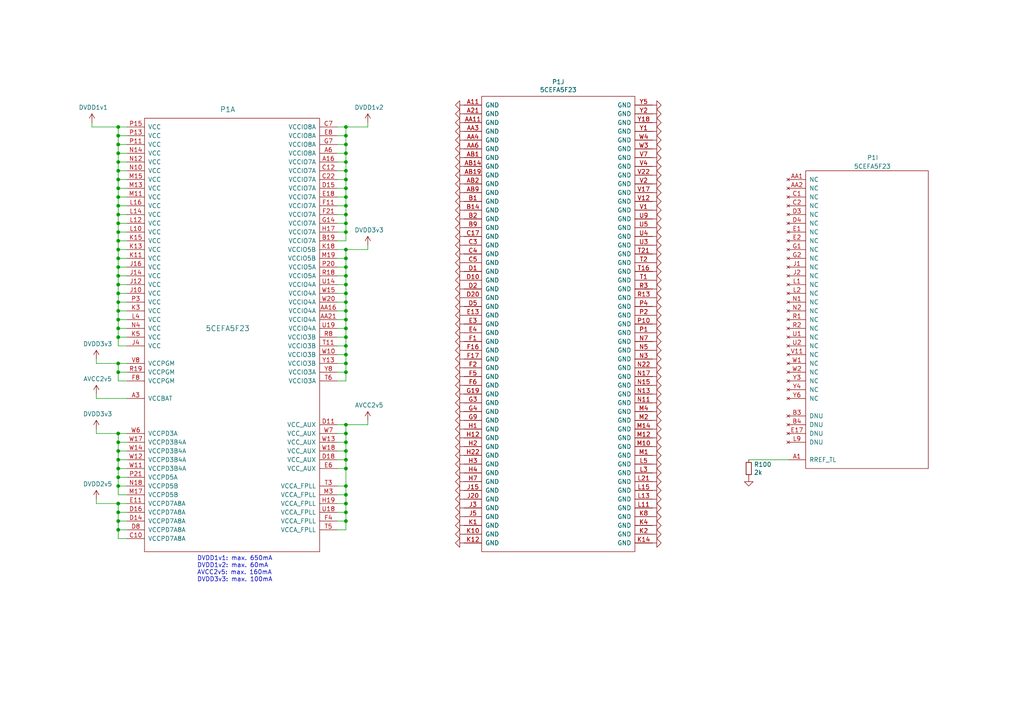
<source format=kicad_sch>
(kicad_sch (version 20250114) (generator "eeschema") (generator_version "9.0")
  (paper "A4")
  (title_block (title "OSSC Pro") (date "2024-05-26") (rev "1.6"))
  (text "DVDD1v1: max. 650mA\nDVDD1v2: max. 60mA\nAVCC2v5: max. 160mA\nDVDD3v3: max. 100mA" (at 57.15 168.91 0) (effects (font (size 1.27 1.27)) (justify left bottom)))
  (junction (at 100.33 54.61))
  (junction (at 34.29 90.17))
  (junction (at 34.29 128.27))
  (junction (at 34.29 36.83))
  (junction (at 100.33 80.01))
  (junction (at 34.29 148.59))
  (junction (at 100.33 44.45))
  (junction (at 34.29 135.89))
  (junction (at 100.33 130.81))
  (junction (at 34.29 92.71))
  (junction (at 34.29 67.31))
  (junction (at 100.33 143.51))
  (junction (at 34.29 95.25))
  (junction (at 100.33 102.87))
  (junction (at 34.29 77.47))
  (junction (at 100.33 128.27))
  (junction (at 100.33 41.91))
  (junction (at 100.33 140.97))
  (junction (at 34.29 41.91))
  (junction (at 100.33 57.15))
  (junction (at 34.29 62.23))
  (junction (at 100.33 107.95))
  (junction (at 34.29 72.39))
  (junction (at 100.33 62.23))
  (junction (at 100.33 95.25))
  (junction (at 100.33 52.07))
  (junction (at 34.29 133.35))
  (junction (at 34.29 125.73))
  (junction (at 34.29 151.13))
  (junction (at 100.33 100.33))
  (junction (at 34.29 153.67))
  (junction (at 100.33 72.39))
  (junction (at 100.33 97.79))
  (junction (at 100.33 125.73))
  (junction (at 100.33 87.63))
  (junction (at 100.33 105.41))
  (junction (at 34.29 59.69))
  (junction (at 100.33 67.31))
  (junction (at 34.29 54.61))
  (junction (at 34.29 138.43))
  (junction (at 100.33 77.47))
  (junction (at 100.33 146.05))
  (junction (at 100.33 39.37))
  (junction (at 34.29 80.01))
  (junction (at 34.29 140.97))
  (junction (at 100.33 92.71))
  (junction (at 34.29 82.55))
  (junction (at 34.29 52.07))
  (junction (at 100.33 36.83))
  (junction (at 100.33 133.35))
  (junction (at 34.29 64.77))
  (junction (at 34.29 49.53))
  (junction (at 100.33 49.53))
  (junction (at 34.29 130.81))
  (junction (at 100.33 123.19))
  (junction (at 100.33 74.93))
  (junction (at 34.29 69.85))
  (junction (at 34.29 85.09))
  (junction (at 100.33 46.99))
  (junction (at 100.33 85.09))
  (junction (at 34.29 39.37))
  (junction (at 100.33 64.77))
  (junction (at 100.33 59.69))
  (junction (at 34.29 87.63))
  (junction (at 100.33 82.55))
  (junction (at 34.29 146.05))
  (junction (at 100.33 148.59))
  (junction (at 100.33 151.13))
  (junction (at 34.29 44.45))
  (junction (at 34.29 107.95))
  (junction (at 34.29 105.41))
  (junction (at 34.29 97.79))
  (junction (at 34.29 46.99))
  (junction (at 100.33 135.89))
  (junction (at 34.29 57.15))
  (junction (at 100.33 90.17))
  (junction (at 34.29 74.93))
  (wire (pts (xy 100.33 107.95) (xy 100.33 105.41)))
  (wire (pts (xy 100.33 41.91) (xy 100.33 39.37)))
  (wire (pts (xy 97.79 87.63) (xy 100.33 87.63)))
  (wire (pts (xy 97.79 153.67) (xy 100.33 153.67)))
  (wire (pts (xy 36.83 62.23) (xy 34.29 62.23)))
  (wire (pts (xy 34.29 125.73) (xy 36.83 125.73)))
  (wire (pts (xy 100.33 151.13) (xy 100.33 148.59)))
  (wire (pts (xy 36.83 87.63) (xy 34.29 87.63)))
  (wire (pts (xy 34.29 36.83) (xy 36.83 36.83)))
  (wire (pts (xy 34.29 130.81) (xy 34.29 128.27)))
  (wire (pts (xy 100.33 123.19) (xy 97.79 123.19)))
  (wire (pts (xy 27.94 144.78) (xy 27.94 146.05)))
  (wire (pts (xy 34.29 148.59) (xy 36.83 148.59)))
  (wire (pts (xy 36.83 135.89) (xy 34.29 135.89)))
  (wire (pts (xy 34.29 156.21) (xy 34.29 153.67)))
  (wire (pts (xy 36.83 72.39) (xy 34.29 72.39)))
  (wire (pts (xy 36.83 143.51) (xy 34.29 143.51)))
  (wire (pts (xy 36.83 105.41) (xy 34.29 105.41)))
  (wire (pts (xy 100.33 148.59) (xy 100.33 146.05)))
  (wire (pts (xy 100.33 87.63) (xy 100.33 85.09)))
  (wire (pts (xy 100.33 97.79) (xy 100.33 95.25)))
  (wire (pts (xy 100.33 59.69) (xy 100.33 57.15)))
  (wire (pts (xy 97.79 77.47) (xy 100.33 77.47)))
  (wire (pts (xy 34.29 54.61) (xy 34.29 52.07)))
  (wire (pts (xy 97.79 52.07) (xy 100.33 52.07)))
  (wire (pts (xy 36.83 44.45) (xy 34.29 44.45)))
  (wire (pts (xy 100.33 92.71) (xy 100.33 90.17)))
  (wire (pts (xy 97.79 49.53) (xy 100.33 49.53)))
  (wire (pts (xy 36.83 64.77) (xy 34.29 64.77)))
  (wire (pts (xy 34.29 77.47) (xy 34.29 74.93)))
  (wire (pts (xy 36.83 92.71) (xy 34.29 92.71)))
  (wire (pts (xy 34.29 151.13) (xy 34.29 148.59)))
  (wire (pts (xy 97.79 100.33) (xy 100.33 100.33)))
  (wire (pts (xy 34.29 49.53) (xy 34.29 46.99)))
  (wire (pts (xy 34.29 69.85) (xy 34.29 67.31)))
  (wire (pts (xy 36.83 100.33) (xy 34.29 100.33)))
  (wire (pts (xy 34.29 90.17) (xy 34.29 87.63)))
  (wire (pts (xy 34.29 143.51) (xy 34.29 140.97)))
  (wire (pts (xy 100.33 62.23) (xy 100.33 59.69)))
  (wire (pts (xy 27.94 125.73) (xy 34.29 125.73)))
  (wire (pts (xy 100.33 105.41) (xy 100.33 102.87)))
  (wire (pts (xy 36.83 97.79) (xy 34.29 97.79)))
  (wire (pts (xy 100.33 130.81) (xy 100.33 128.27)))
  (wire (pts (xy 97.79 41.91) (xy 100.33 41.91)))
  (wire (pts (xy 100.33 52.07) (xy 100.33 49.53)))
  (wire (pts (xy 36.83 54.61) (xy 34.29 54.61)))
  (wire (pts (xy 97.79 85.09) (xy 100.33 85.09)))
  (wire (pts (xy 97.79 135.89) (xy 100.33 135.89)))
  (wire (pts (xy 36.83 140.97) (xy 34.29 140.97)))
  (wire (pts (xy 97.79 46.99) (xy 100.33 46.99)))
  (wire (pts (xy 100.33 125.73) (xy 100.33 123.19)))
  (wire (pts (xy 97.79 62.23) (xy 100.33 62.23)))
  (wire (pts (xy 97.79 130.81) (xy 100.33 130.81)))
  (wire (pts (xy 97.79 133.35) (xy 100.33 133.35)))
  (wire (pts (xy 97.79 125.73) (xy 100.33 125.73)))
  (wire (pts (xy 34.29 133.35) (xy 34.29 130.81)))
  (wire (pts (xy 106.68 72.39) (xy 100.33 72.39)))
  (wire (pts (xy 36.83 52.07) (xy 34.29 52.07)))
  (wire (pts (xy 34.29 138.43) (xy 34.29 135.89)))
  (wire (pts (xy 100.33 135.89) (xy 100.33 133.35)))
  (wire (pts (xy 97.79 146.05) (xy 100.33 146.05)))
  (wire (pts (xy 100.33 49.53) (xy 100.33 46.99)))
  (wire (pts (xy 36.83 49.53) (xy 34.29 49.53)))
  (wire (pts (xy 34.29 39.37) (xy 34.29 41.91)))
  (wire (pts (xy 34.29 59.69) (xy 34.29 57.15)))
  (wire (pts (xy 97.79 64.77) (xy 100.33 64.77)))
  (wire (pts (xy 36.83 156.21) (xy 34.29 156.21)))
  (wire (pts (xy 97.79 97.79) (xy 100.33 97.79)))
  (wire (pts (xy 100.33 90.17) (xy 100.33 87.63)))
  (wire (pts (xy 100.33 57.15) (xy 100.33 54.61)))
  (wire (pts (xy 34.29 44.45) (xy 34.29 41.91)))
  (wire (pts (xy 34.29 46.99) (xy 34.29 44.45)))
  (wire (pts (xy 100.33 82.55) (xy 100.33 80.01)))
  (wire (pts (xy 106.68 71.12) (xy 106.68 72.39)))
  (wire (pts (xy 100.33 44.45) (xy 100.33 41.91)))
  (wire (pts (xy 97.79 67.31) (xy 100.33 67.31)))
  (wire (pts (xy 34.29 95.25) (xy 34.29 92.71)))
  (wire (pts (xy 34.29 105.41) (xy 34.29 107.95)))
  (wire (pts (xy 36.83 69.85) (xy 34.29 69.85)))
  (wire (pts (xy 27.94 115.57) (xy 36.83 115.57)))
  (wire (pts (xy 34.29 97.79) (xy 34.29 95.25)))
  (wire (pts (xy 100.33 102.87) (xy 100.33 100.33)))
  (wire (pts (xy 97.79 110.49) (xy 100.33 110.49)))
  (wire (pts (xy 100.33 74.93) (xy 100.33 72.39)))
  (wire (pts (xy 34.29 52.07) (xy 34.29 49.53)))
  (wire (pts (xy 100.33 64.77) (xy 100.33 62.23)))
  (wire (pts (xy 36.83 85.09) (xy 34.29 85.09)))
  (wire (pts (xy 100.33 143.51) (xy 100.33 140.97)))
  (wire (pts (xy 36.83 130.81) (xy 34.29 130.81)))
  (wire (pts (xy 34.29 67.31) (xy 34.29 64.77)))
  (wire (pts (xy 34.29 80.01) (xy 34.29 77.47)))
  (wire (pts (xy 97.79 140.97) (xy 100.33 140.97)))
  (wire (pts (xy 100.33 77.47) (xy 100.33 74.93)))
  (wire (pts (xy 100.33 80.01) (xy 100.33 77.47)))
  (wire (pts (xy 36.83 77.47) (xy 34.29 77.47)))
  (wire (pts (xy 34.29 39.37) (xy 36.83 39.37)))
  (wire (pts (xy 34.29 100.33) (xy 34.29 97.79)))
  (wire (pts (xy 36.83 128.27) (xy 34.29 128.27)))
  (wire (pts (xy 36.83 59.69) (xy 34.29 59.69)))
  (wire (pts (xy 97.79 74.93) (xy 100.33 74.93)))
  (wire (pts (xy 34.29 92.71) (xy 34.29 90.17)))
  (wire (pts (xy 100.33 67.31) (xy 100.33 64.77)))
  (wire (pts (xy 36.83 133.35) (xy 34.29 133.35)))
  (wire (pts (xy 34.29 85.09) (xy 34.29 82.55)))
  (wire (pts (xy 27.94 146.05) (xy 34.29 146.05)))
  (wire (pts (xy 36.83 95.25) (xy 34.29 95.25)))
  (wire (pts (xy 100.33 110.49) (xy 100.33 107.95)))
  (wire (pts (xy 97.79 128.27) (xy 100.33 128.27)))
  (wire (pts (xy 27.94 124.46) (xy 27.94 125.73)))
  (wire (pts (xy 100.33 69.85) (xy 100.33 67.31)))
  (wire (pts (xy 100.33 133.35) (xy 100.33 130.81)))
  (wire (pts (xy 106.68 35.56) (xy 106.68 36.83)))
  (wire (pts (xy 100.33 100.33) (xy 100.33 97.79)))
  (wire (pts (xy 97.79 92.71) (xy 100.33 92.71)))
  (wire (pts (xy 36.83 46.99) (xy 34.29 46.99)))
  (wire (pts (xy 34.29 87.63) (xy 34.29 85.09)))
  (wire (pts (xy 228.6 133.35) (xy 217.17 133.35)))
  (wire (pts (xy 36.83 80.01) (xy 34.29 80.01)))
  (wire (pts (xy 100.33 39.37) (xy 100.33 36.83)))
  (wire (pts (xy 34.29 105.41) (xy 27.94 105.41)))
  (wire (pts (xy 34.29 107.95) (xy 36.83 107.95)))
  (wire (pts (xy 100.33 85.09) (xy 100.33 82.55)))
  (wire (pts (xy 97.79 151.13) (xy 100.33 151.13)))
  (wire (pts (xy 97.79 105.41) (xy 100.33 105.41)))
  (wire (pts (xy 34.29 64.77) (xy 34.29 62.23)))
  (wire (pts (xy 34.29 41.91) (xy 36.83 41.91)))
  (wire (pts (xy 36.83 138.43) (xy 34.29 138.43)))
  (wire (pts (xy 97.79 69.85) (xy 100.33 69.85)))
  (wire (pts (xy 100.33 46.99) (xy 100.33 44.45)))
  (wire (pts (xy 100.33 146.05) (xy 100.33 143.51)))
  (wire (pts (xy 27.94 114.3) (xy 27.94 115.57)))
  (wire (pts (xy 97.79 44.45) (xy 100.33 44.45)))
  (wire (pts (xy 36.83 153.67) (xy 34.29 153.67)))
  (wire (pts (xy 34.29 72.39) (xy 34.29 69.85)))
  (wire (pts (xy 34.29 128.27) (xy 34.29 125.73)))
  (wire (pts (xy 34.29 62.23) (xy 34.29 59.69)))
  (wire (pts (xy 36.83 90.17) (xy 34.29 90.17)))
  (wire (pts (xy 34.29 146.05) (xy 36.83 146.05)))
  (wire (pts (xy 34.29 57.15) (xy 34.29 54.61)))
  (wire (pts (xy 97.79 102.87) (xy 100.33 102.87)))
  (wire (pts (xy 97.79 57.15) (xy 100.33 57.15)))
  (wire (pts (xy 34.29 140.97) (xy 34.29 138.43)))
  (wire (pts (xy 97.79 59.69) (xy 100.33 59.69)))
  (wire (pts (xy 97.79 107.95) (xy 100.33 107.95)))
  (wire (pts (xy 36.83 82.55) (xy 34.29 82.55)))
  (wire (pts (xy 100.33 72.39) (xy 97.79 72.39)))
  (wire (pts (xy 100.33 140.97) (xy 100.33 135.89)))
  (wire (pts (xy 106.68 121.92) (xy 106.68 123.19)))
  (wire (pts (xy 34.29 135.89) (xy 34.29 133.35)))
  (wire (pts (xy 97.79 82.55) (xy 100.33 82.55)))
  (wire (pts (xy 97.79 148.59) (xy 100.33 148.59)))
  (wire (pts (xy 97.79 39.37) (xy 100.33 39.37)))
  (wire (pts (xy 26.67 35.56) (xy 26.67 36.83)))
  (wire (pts (xy 36.83 74.93) (xy 34.29 74.93)))
  (wire (pts (xy 27.94 105.41) (xy 27.94 104.14)))
  (wire (pts (xy 97.79 90.17) (xy 100.33 90.17)))
  (wire (pts (xy 34.29 82.55) (xy 34.29 80.01)))
  (wire (pts (xy 97.79 54.61) (xy 100.33 54.61)))
  (wire (pts (xy 97.79 80.01) (xy 100.33 80.01)))
  (wire (pts (xy 97.79 95.25) (xy 100.33 95.25)))
  (wire (pts (xy 34.29 36.83) (xy 34.29 39.37)))
  (wire (pts (xy 100.33 54.61) (xy 100.33 52.07)))
  (wire (pts (xy 34.29 110.49) (xy 36.83 110.49)))
  (wire (pts (xy 100.33 128.27) (xy 100.33 125.73)))
  (wire (pts (xy 97.79 143.51) (xy 100.33 143.51)))
  (wire (pts (xy 36.83 151.13) (xy 34.29 151.13)))
  (wire (pts (xy 106.68 36.83) (xy 100.33 36.83)))
  (wire (pts (xy 36.83 67.31) (xy 34.29 67.31)))
  (wire (pts (xy 34.29 74.93) (xy 34.29 72.39)))
  (wire (pts (xy 34.29 107.95) (xy 34.29 110.49)))
  (wire (pts (xy 100.33 153.67) (xy 100.33 151.13)))
  (wire (pts (xy 100.33 95.25) (xy 100.33 92.71)))
  (wire (pts (xy 26.67 36.83) (xy 34.29 36.83)))
  (wire (pts (xy 100.33 36.83) (xy 97.79 36.83)))
  (wire (pts (xy 106.68 123.19) (xy 100.33 123.19)))
  (wire (pts (xy 34.29 153.67) (xy 34.29 151.13)))
  (wire (pts (xy 34.29 146.05) (xy 34.29 148.59)))
  (wire (pts (xy 36.83 57.15) (xy 34.29 57.15)))
  (symbol (lib_id "custom_components:DVDD1v1") (at 26.67 35.56 0) (unit 1)
    (property "Reference" "#PWR0274" (effects (hide yes)))
    (property "Value" "DVDD1v1" (at 27.051 31.1658 0))
  )
  (symbol (lib_id "custom_components:DVDD3v3") (at 27.94 104.14 0) (unit 1)
    (property "Reference" "#PWR0275" (effects (hide yes)))
    (property "Value" "DVDD3v3" (at 28.321 99.7458 0))
  )
  (symbol (lib_id "custom_components:AVCC2v5") (at 27.94 114.3 0) (unit 1)
    (property "Reference" "#PWR0276" (effects (hide yes)))
    (property "Value" "AVCC2v5" (at 28.321 109.9058 0))
  )
  (symbol (lib_id "custom_components:DVDD3v3") (at 27.94 124.46 0) (unit 1)
    (property "Reference" "#PWR0277" (effects (hide yes)))
    (property "Value" "DVDD3v3" (at 28.321 120.0658 0))
  )
  (symbol (lib_id "custom_components:DVDD2v5") (at 27.94 144.78 0) (unit 1)
    (property "Reference" "#PWR0278" (effects (hide yes)))
    (property "Value" "DVDD2v5" (at 28.321 140.3858 0))
  )
  (symbol (lib_id "custom_components:DVDD1v2") (at 106.68 35.56 0) (unit 1)
    (property "Reference" "#PWR0279" (effects (hide yes)))
    (property "Value" "DVDD1v2" (at 107.061 31.1658 0))
  )
  (symbol (lib_id "custom_components:DVDD3v3") (at 106.68 71.12 0) (unit 1)
    (property "Reference" "#PWR0280" (effects (hide yes)))
    (property "Value" "DVDD3v3" (at 107.061 66.7258 0))
  )
  (symbol (lib_id "custom_components:5CEFA5F23") (at 67.31 99.06 0) (unit 1)
    (property "Reference" "P1" (at 66.04 31.75 0) (effects (font (size 1.524 1.524))))
    (property "Value" "5CEFA5F23" (at 66.04 95.25 0) (effects (font (size 1.524 1.524))))
    (property "Footprint" "custom_components:5CEFA5F23" (effects (hide yes)))
  )
  (symbol (lib_id "custom_components:AVCC2v5") (at 106.68 121.92 0) (unit 1)
    (property "Reference" "#PWR0281" (effects (hide yes)))
    (property "Value" "AVCC2v5" (at 107.061 117.5258 0))
  )
  (symbol (lib_id "custom_components:5CEFA5F23") (at 251.46 92.71 0) (unit 9)
    (property "Reference" "P1" (at 251.46 45.72 0) (effects (justify left)))
    (property "Value" "5CEFA5F23" (at 247.65 48.26 0) (effects (justify left)))
    (property "Footprint" "custom_components:5CEFA5F23" (effects (hide yes)))
  )
  (symbol (lib_id "custom_components:5CEFA5F23") (at 161.29 92.71 0) (unit 10)
    (property "Reference" "P1" (at 161.925 23.749 0))
    (property "Value" "5CEFA5F23" (at 161.925 26.0604 0))
    (property "Footprint" "custom_components:5CEFA5F23" (effects (hide yes)))
  )
  (symbol (lib_id "power:GND") (at 134.62 55.88 270) (unit 1)
    (property "Reference" "#PWR0282" (effects (hide yes)))
    (property "Value" "GND" (effects (hide yes)))
  )
  (symbol (lib_id "power:GND") (at 134.62 58.42 270) (unit 1)
    (property "Reference" "#PWR0283" (effects (hide yes)))
    (property "Value" "GND" (effects (hide yes)))
  )
  (symbol (lib_id "power:GND") (at 134.62 60.96 270) (unit 1)
    (property "Reference" "#PWR0284" (effects (hide yes)))
    (property "Value" "GND" (effects (hide yes)))
  )
  (symbol (lib_id "power:GND") (at 134.62 63.5 270) (unit 1)
    (property "Reference" "#PWR0285" (effects (hide yes)))
    (property "Value" "GND" (effects (hide yes)))
  )
  (symbol (lib_id "power:GND") (at 134.62 66.04 270) (unit 1)
    (property "Reference" "#PWR0286" (effects (hide yes)))
    (property "Value" "GND" (effects (hide yes)))
  )
  (symbol (lib_id "power:GND") (at 134.62 68.58 270) (unit 1)
    (property "Reference" "#PWR0287" (effects (hide yes)))
    (property "Value" "GND" (effects (hide yes)))
  )
  (symbol (lib_id "power:GND") (at 134.62 71.12 270) (unit 1)
    (property "Reference" "#PWR0288" (effects (hide yes)))
    (property "Value" "GND" (effects (hide yes)))
  )
  (symbol (lib_id "power:GND") (at 134.62 73.66 270) (unit 1)
    (property "Reference" "#PWR0289" (effects (hide yes)))
    (property "Value" "GND" (effects (hide yes)))
  )
  (symbol (lib_id "power:GND") (at 134.62 76.2 270) (unit 1)
    (property "Reference" "#PWR0290" (effects (hide yes)))
    (property "Value" "GND" (effects (hide yes)))
  )
  (symbol (lib_id "power:GND") (at 134.62 78.74 270) (unit 1)
    (property "Reference" "#PWR0291" (effects (hide yes)))
    (property "Value" "GND" (effects (hide yes)))
  )
  (symbol (lib_id "power:GND") (at 134.62 30.48 270) (unit 1)
    (property "Reference" "#PWR0292" (effects (hide yes)))
    (property "Value" "GND" (effects (hide yes)))
  )
  (symbol (lib_id "power:GND") (at 134.62 33.02 270) (unit 1)
    (property "Reference" "#PWR0293" (effects (hide yes)))
    (property "Value" "GND" (effects (hide yes)))
  )
  (symbol (lib_id "power:GND") (at 134.62 35.56 270) (unit 1)
    (property "Reference" "#PWR0294" (effects (hide yes)))
    (property "Value" "GND" (effects (hide yes)))
  )
  (symbol (lib_id "power:GND") (at 134.62 38.1 270) (unit 1)
    (property "Reference" "#PWR0295" (effects (hide yes)))
    (property "Value" "GND" (effects (hide yes)))
  )
  (symbol (lib_id "power:GND") (at 134.62 40.64 270) (unit 1)
    (property "Reference" "#PWR0296" (effects (hide yes)))
    (property "Value" "GND" (effects (hide yes)))
  )
  (symbol (lib_id "power:GND") (at 134.62 43.18 270) (unit 1)
    (property "Reference" "#PWR0297" (effects (hide yes)))
    (property "Value" "GND" (effects (hide yes)))
  )
  (symbol (lib_id "power:GND") (at 134.62 45.72 270) (unit 1)
    (property "Reference" "#PWR0298" (effects (hide yes)))
    (property "Value" "GND" (effects (hide yes)))
  )
  (symbol (lib_id "power:GND") (at 134.62 48.26 270) (unit 1)
    (property "Reference" "#PWR0299" (effects (hide yes)))
    (property "Value" "GND" (effects (hide yes)))
  )
  (symbol (lib_id "power:GND") (at 134.62 50.8 270) (unit 1)
    (property "Reference" "#PWR0300" (effects (hide yes)))
    (property "Value" "GND" (effects (hide yes)))
  )
  (symbol (lib_id "power:GND") (at 134.62 53.34 270) (unit 1)
    (property "Reference" "#PWR0301" (effects (hide yes)))
    (property "Value" "GND" (effects (hide yes)))
  )
  (symbol (lib_id "power:GND") (at 134.62 106.68 270) (unit 1)
    (property "Reference" "#PWR0302" (effects (hide yes)))
    (property "Value" "GND" (effects (hide yes)))
  )
  (symbol (lib_id "power:GND") (at 134.62 109.22 270) (unit 1)
    (property "Reference" "#PWR0303" (effects (hide yes)))
    (property "Value" "GND" (effects (hide yes)))
  )
  (symbol (lib_id "power:GND") (at 134.62 111.76 270) (unit 1)
    (property "Reference" "#PWR0304" (effects (hide yes)))
    (property "Value" "GND" (effects (hide yes)))
  )
  (symbol (lib_id "power:GND") (at 134.62 114.3 270) (unit 1)
    (property "Reference" "#PWR0305" (effects (hide yes)))
    (property "Value" "GND" (effects (hide yes)))
  )
  (symbol (lib_id "power:GND") (at 134.62 116.84 270) (unit 1)
    (property "Reference" "#PWR0306" (effects (hide yes)))
    (property "Value" "GND" (effects (hide yes)))
  )
  (symbol (lib_id "power:GND") (at 134.62 119.38 270) (unit 1)
    (property "Reference" "#PWR0307" (effects (hide yes)))
    (property "Value" "GND" (effects (hide yes)))
  )
  (symbol (lib_id "power:GND") (at 134.62 121.92 270) (unit 1)
    (property "Reference" "#PWR0308" (effects (hide yes)))
    (property "Value" "GND" (effects (hide yes)))
  )
  (symbol (lib_id "power:GND") (at 134.62 124.46 270) (unit 1)
    (property "Reference" "#PWR0309" (effects (hide yes)))
    (property "Value" "GND" (effects (hide yes)))
  )
  (symbol (lib_id "power:GND") (at 134.62 127 270) (unit 1)
    (property "Reference" "#PWR0310" (effects (hide yes)))
    (property "Value" "GND" (effects (hide yes)))
  )
  (symbol (lib_id "power:GND") (at 134.62 129.54 270) (unit 1)
    (property "Reference" "#PWR0311" (effects (hide yes)))
    (property "Value" "GND" (effects (hide yes)))
  )
  (symbol (lib_id "power:GND") (at 134.62 81.28 270) (unit 1)
    (property "Reference" "#PWR0312" (effects (hide yes)))
    (property "Value" "GND" (effects (hide yes)))
  )
  (symbol (lib_id "power:GND") (at 134.62 83.82 270) (unit 1)
    (property "Reference" "#PWR0313" (effects (hide yes)))
    (property "Value" "GND" (effects (hide yes)))
  )
  (symbol (lib_id "power:GND") (at 134.62 86.36 270) (unit 1)
    (property "Reference" "#PWR0314" (effects (hide yes)))
    (property "Value" "GND" (effects (hide yes)))
  )
  (symbol (lib_id "power:GND") (at 134.62 88.9 270) (unit 1)
    (property "Reference" "#PWR0315" (effects (hide yes)))
    (property "Value" "GND" (effects (hide yes)))
  )
  (symbol (lib_id "power:GND") (at 134.62 91.44 270) (unit 1)
    (property "Reference" "#PWR0316" (effects (hide yes)))
    (property "Value" "GND" (effects (hide yes)))
  )
  (symbol (lib_id "power:GND") (at 134.62 93.98 270) (unit 1)
    (property "Reference" "#PWR0317" (effects (hide yes)))
    (property "Value" "GND" (effects (hide yes)))
  )
  (symbol (lib_id "power:GND") (at 134.62 96.52 270) (unit 1)
    (property "Reference" "#PWR0318" (effects (hide yes)))
    (property "Value" "GND" (effects (hide yes)))
  )
  (symbol (lib_id "power:GND") (at 134.62 99.06 270) (unit 1)
    (property "Reference" "#PWR0319" (effects (hide yes)))
    (property "Value" "GND" (effects (hide yes)))
  )
  (symbol (lib_id "power:GND") (at 134.62 101.6 270) (unit 1)
    (property "Reference" "#PWR0320" (effects (hide yes)))
    (property "Value" "GND" (effects (hide yes)))
  )
  (symbol (lib_id "power:GND") (at 134.62 104.14 270) (unit 1)
    (property "Reference" "#PWR0321" (effects (hide yes)))
    (property "Value" "GND" (effects (hide yes)))
  )
  (symbol (lib_id "power:GND") (at 134.62 137.16 270) (unit 1)
    (property "Reference" "#PWR0322" (effects (hide yes)))
    (property "Value" "GND" (effects (hide yes)))
  )
  (symbol (lib_id "power:GND") (at 134.62 139.7 270) (unit 1)
    (property "Reference" "#PWR0323" (effects (hide yes)))
    (property "Value" "GND" (effects (hide yes)))
  )
  (symbol (lib_id "power:GND") (at 134.62 142.24 270) (unit 1)
    (property "Reference" "#PWR0324" (effects (hide yes)))
    (property "Value" "GND" (effects (hide yes)))
  )
  (symbol (lib_id "power:GND") (at 134.62 144.78 270) (unit 1)
    (property "Reference" "#PWR0325" (effects (hide yes)))
    (property "Value" "GND" (effects (hide yes)))
  )
  (symbol (lib_id "power:GND") (at 134.62 147.32 270) (unit 1)
    (property "Reference" "#PWR0326" (effects (hide yes)))
    (property "Value" "GND" (effects (hide yes)))
  )
  (symbol (lib_id "power:GND") (at 134.62 149.86 270) (unit 1)
    (property "Reference" "#PWR0327" (effects (hide yes)))
    (property "Value" "GND" (effects (hide yes)))
  )
  (symbol (lib_id "power:GND") (at 134.62 152.4 270) (unit 1)
    (property "Reference" "#PWR0328" (effects (hide yes)))
    (property "Value" "GND" (effects (hide yes)))
  )
  (symbol (lib_id "power:GND") (at 134.62 154.94 270) (unit 1)
    (property "Reference" "#PWR0329" (effects (hide yes)))
    (property "Value" "GND" (effects (hide yes)))
  )
  (symbol (lib_id "power:GND") (at 134.62 157.48 270) (unit 1)
    (property "Reference" "#PWR0330" (effects (hide yes)))
    (property "Value" "GND" (effects (hide yes)))
  )
  (symbol (lib_id "power:GND") (at 134.62 132.08 270) (unit 1)
    (property "Reference" "#PWR0331" (effects (hide yes)))
    (property "Value" "GND" (effects (hide yes)))
  )
  (symbol (lib_id "power:GND") (at 134.62 134.62 270) (unit 1)
    (property "Reference" "#PWR0332" (effects (hide yes)))
    (property "Value" "GND" (effects (hide yes)))
  )
  (symbol (lib_id "power:GND") (at 189.23 55.88 90) (mirror x) (unit 1)
    (property "Reference" "#PWR0333" (effects (hide yes)))
    (property "Value" "GND" (effects (hide yes)))
  )
  (symbol (lib_id "power:GND") (at 189.23 58.42 90) (mirror x) (unit 1)
    (property "Reference" "#PWR0334" (effects (hide yes)))
    (property "Value" "GND" (effects (hide yes)))
  )
  (symbol (lib_id "power:GND") (at 189.23 60.96 90) (mirror x) (unit 1)
    (property "Reference" "#PWR0335" (effects (hide yes)))
    (property "Value" "GND" (effects (hide yes)))
  )
  (symbol (lib_id "power:GND") (at 189.23 63.5 90) (mirror x) (unit 1)
    (property "Reference" "#PWR0336" (effects (hide yes)))
    (property "Value" "GND" (effects (hide yes)))
  )
  (symbol (lib_id "power:GND") (at 189.23 66.04 90) (mirror x) (unit 1)
    (property "Reference" "#PWR0337" (effects (hide yes)))
    (property "Value" "GND" (effects (hide yes)))
  )
  (symbol (lib_id "power:GND") (at 189.23 68.58 90) (mirror x) (unit 1)
    (property "Reference" "#PWR0338" (effects (hide yes)))
    (property "Value" "GND" (effects (hide yes)))
  )
  (symbol (lib_id "power:GND") (at 189.23 71.12 90) (mirror x) (unit 1)
    (property "Reference" "#PWR0339" (effects (hide yes)))
    (property "Value" "GND" (effects (hide yes)))
  )
  (symbol (lib_id "power:GND") (at 189.23 73.66 90) (mirror x) (unit 1)
    (property "Reference" "#PWR0340" (effects (hide yes)))
    (property "Value" "GND" (effects (hide yes)))
  )
  (symbol (lib_id "power:GND") (at 189.23 76.2 90) (mirror x) (unit 1)
    (property "Reference" "#PWR0341" (effects (hide yes)))
    (property "Value" "GND" (effects (hide yes)))
  )
  (symbol (lib_id "power:GND") (at 189.23 78.74 90) (mirror x) (unit 1)
    (property "Reference" "#PWR0342" (effects (hide yes)))
    (property "Value" "GND" (effects (hide yes)))
  )
  (symbol (lib_id "power:GND") (at 189.23 30.48 90) (mirror x) (unit 1)
    (property "Reference" "#PWR0343" (effects (hide yes)))
    (property "Value" "GND" (effects (hide yes)))
  )
  (symbol (lib_id "power:GND") (at 189.23 33.02 90) (mirror x) (unit 1)
    (property "Reference" "#PWR0344" (effects (hide yes)))
    (property "Value" "GND" (effects (hide yes)))
  )
  (symbol (lib_id "power:GND") (at 189.23 35.56 90) (mirror x) (unit 1)
    (property "Reference" "#PWR0345" (effects (hide yes)))
    (property "Value" "GND" (effects (hide yes)))
  )
  (symbol (lib_id "power:GND") (at 189.23 38.1 90) (mirror x) (unit 1)
    (property "Reference" "#PWR0346" (effects (hide yes)))
    (property "Value" "GND" (effects (hide yes)))
  )
  (symbol (lib_id "power:GND") (at 189.23 40.64 90) (mirror x) (unit 1)
    (property "Reference" "#PWR0347" (effects (hide yes)))
    (property "Value" "GND" (effects (hide yes)))
  )
  (symbol (lib_id "power:GND") (at 189.23 43.18 90) (mirror x) (unit 1)
    (property "Reference" "#PWR0348" (effects (hide yes)))
    (property "Value" "GND" (effects (hide yes)))
  )
  (symbol (lib_id "power:GND") (at 189.23 45.72 90) (mirror x) (unit 1)
    (property "Reference" "#PWR0349" (effects (hide yes)))
    (property "Value" "GND" (effects (hide yes)))
  )
  (symbol (lib_id "power:GND") (at 189.23 48.26 90) (mirror x) (unit 1)
    (property "Reference" "#PWR0350" (effects (hide yes)))
    (property "Value" "GND" (effects (hide yes)))
  )
  (symbol (lib_id "power:GND") (at 189.23 50.8 90) (mirror x) (unit 1)
    (property "Reference" "#PWR0351" (effects (hide yes)))
    (property "Value" "GND" (effects (hide yes)))
  )
  (symbol (lib_id "power:GND") (at 189.23 53.34 90) (mirror x) (unit 1)
    (property "Reference" "#PWR0352" (effects (hide yes)))
    (property "Value" "GND" (effects (hide yes)))
  )
  (symbol (lib_id "power:GND") (at 189.23 106.68 90) (mirror x) (unit 1)
    (property "Reference" "#PWR0353" (effects (hide yes)))
    (property "Value" "GND" (effects (hide yes)))
  )
  (symbol (lib_id "power:GND") (at 189.23 109.22 90) (mirror x) (unit 1)
    (property "Reference" "#PWR0354" (effects (hide yes)))
    (property "Value" "GND" (effects (hide yes)))
  )
  (symbol (lib_id "power:GND") (at 189.23 111.76 90) (mirror x) (unit 1)
    (property "Reference" "#PWR0355" (effects (hide yes)))
    (property "Value" "GND" (effects (hide yes)))
  )
  (symbol (lib_id "power:GND") (at 189.23 114.3 90) (mirror x) (unit 1)
    (property "Reference" "#PWR0356" (effects (hide yes)))
    (property "Value" "GND" (effects (hide yes)))
  )
  (symbol (lib_id "power:GND") (at 189.23 116.84 90) (mirror x) (unit 1)
    (property "Reference" "#PWR0357" (effects (hide yes)))
    (property "Value" "GND" (effects (hide yes)))
  )
  (symbol (lib_id "power:GND") (at 189.23 119.38 90) (mirror x) (unit 1)
    (property "Reference" "#PWR0358" (effects (hide yes)))
    (property "Value" "GND" (effects (hide yes)))
  )
  (symbol (lib_id "power:GND") (at 189.23 121.92 90) (mirror x) (unit 1)
    (property "Reference" "#PWR0359" (effects (hide yes)))
    (property "Value" "GND" (effects (hide yes)))
  )
  (symbol (lib_id "power:GND") (at 189.23 124.46 90) (mirror x) (unit 1)
    (property "Reference" "#PWR0360" (effects (hide yes)))
    (property "Value" "GND" (effects (hide yes)))
  )
  (symbol (lib_id "power:GND") (at 189.23 127 90) (mirror x) (unit 1)
    (property "Reference" "#PWR0361" (effects (hide yes)))
    (property "Value" "GND" (effects (hide yes)))
  )
  (symbol (lib_id "power:GND") (at 189.23 129.54 90) (mirror x) (unit 1)
    (property "Reference" "#PWR0362" (effects (hide yes)))
    (property "Value" "GND" (effects (hide yes)))
  )
  (symbol (lib_id "power:GND") (at 189.23 81.28 90) (mirror x) (unit 1)
    (property "Reference" "#PWR0363" (effects (hide yes)))
    (property "Value" "GND" (effects (hide yes)))
  )
  (symbol (lib_id "power:GND") (at 189.23 83.82 90) (mirror x) (unit 1)
    (property "Reference" "#PWR0364" (effects (hide yes)))
    (property "Value" "GND" (effects (hide yes)))
  )
  (symbol (lib_id "power:GND") (at 189.23 86.36 90) (mirror x) (unit 1)
    (property "Reference" "#PWR0365" (effects (hide yes)))
    (property "Value" "GND" (effects (hide yes)))
  )
  (symbol (lib_id "power:GND") (at 189.23 88.9 90) (mirror x) (unit 1)
    (property "Reference" "#PWR0366" (effects (hide yes)))
    (property "Value" "GND" (effects (hide yes)))
  )
  (symbol (lib_id "power:GND") (at 189.23 91.44 90) (mirror x) (unit 1)
    (property "Reference" "#PWR0367" (effects (hide yes)))
    (property "Value" "GND" (effects (hide yes)))
  )
  (symbol (lib_id "power:GND") (at 189.23 93.98 90) (mirror x) (unit 1)
    (property "Reference" "#PWR0368" (effects (hide yes)))
    (property "Value" "GND" (effects (hide yes)))
  )
  (symbol (lib_id "power:GND") (at 189.23 96.52 90) (mirror x) (unit 1)
    (property "Reference" "#PWR0369" (effects (hide yes)))
    (property "Value" "GND" (effects (hide yes)))
  )
  (symbol (lib_id "power:GND") (at 189.23 99.06 90) (mirror x) (unit 1)
    (property "Reference" "#PWR0370" (effects (hide yes)))
    (property "Value" "GND" (effects (hide yes)))
  )
  (symbol (lib_id "power:GND") (at 189.23 101.6 90) (mirror x) (unit 1)
    (property "Reference" "#PWR0371" (effects (hide yes)))
    (property "Value" "GND" (effects (hide yes)))
  )
  (symbol (lib_id "power:GND") (at 189.23 104.14 90) (mirror x) (unit 1)
    (property "Reference" "#PWR0372" (effects (hide yes)))
    (property "Value" "GND" (effects (hide yes)))
  )
  (symbol (lib_id "power:GND") (at 189.23 137.16 90) (mirror x) (unit 1)
    (property "Reference" "#PWR0373" (effects (hide yes)))
    (property "Value" "GND" (effects (hide yes)))
  )
  (symbol (lib_id "power:GND") (at 189.23 139.7 90) (mirror x) (unit 1)
    (property "Reference" "#PWR0374" (effects (hide yes)))
    (property "Value" "GND" (effects (hide yes)))
  )
  (symbol (lib_id "power:GND") (at 189.23 142.24 90) (mirror x) (unit 1)
    (property "Reference" "#PWR0375" (effects (hide yes)))
    (property "Value" "GND" (effects (hide yes)))
  )
  (symbol (lib_id "power:GND") (at 189.23 144.78 90) (mirror x) (unit 1)
    (property "Reference" "#PWR0376" (effects (hide yes)))
    (property "Value" "GND" (effects (hide yes)))
  )
  (symbol (lib_id "power:GND") (at 189.23 147.32 90) (mirror x) (unit 1)
    (property "Reference" "#PWR0377" (effects (hide yes)))
    (property "Value" "GND" (effects (hide yes)))
  )
  (symbol (lib_id "power:GND") (at 189.23 149.86 90) (mirror x) (unit 1)
    (property "Reference" "#PWR0378" (effects (hide yes)))
    (property "Value" "GND" (effects (hide yes)))
  )
  (symbol (lib_id "power:GND") (at 189.23 152.4 90) (mirror x) (unit 1)
    (property "Reference" "#PWR0379" (effects (hide yes)))
    (property "Value" "GND" (effects (hide yes)))
  )
  (symbol (lib_id "power:GND") (at 189.23 154.94 90) (mirror x) (unit 1)
    (property "Reference" "#PWR0380" (effects (hide yes)))
    (property "Value" "GND" (effects (hide yes)))
  )
  (symbol (lib_id "power:GND") (at 189.23 157.48 90) (mirror x) (unit 1)
    (property "Reference" "#PWR0381" (effects (hide yes)))
    (property "Value" "GND" (effects (hide yes)))
  )
  (symbol (lib_id "power:GND") (at 189.23 132.08 90) (mirror x) (unit 1)
    (property "Reference" "#PWR0382" (effects (hide yes)))
    (property "Value" "GND" (effects (hide yes)))
  )
  (symbol (lib_id "power:GND") (at 189.23 134.62 90) (mirror x) (unit 1)
    (property "Reference" "#PWR0383" (effects (hide yes)))
    (property "Value" "GND" (effects (hide yes)))
  )
  (symbol (lib_id "Device:R_Small") (at 217.17 135.89 0) (unit 1)
    (property "Reference" "R100" (at 218.6686 134.7216 0) (effects (justify left)))
    (property "Value" "2k" (at 218.6686 137.033 0) (effects (justify left)))
    (property "Footprint" "Resistor_SMD:R_0603_1608Metric" (effects (hide yes)))
  )
  (symbol (lib_id "power:GND") (at 217.17 138.43 0) (mirror y) (unit 1)
    (property "Reference" "#PWR0384" (effects (hide yes)))
    (property "Value" "GND" (effects (hide yes)))
  )
)
</source>
